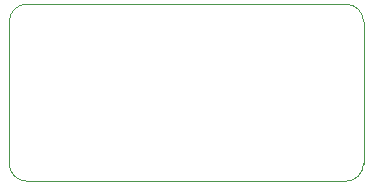
<source format=gbr>
%TF.GenerationSoftware,KiCad,Pcbnew,9.0.2*%
%TF.CreationDate,2025-06-09T11:48:46-05:00*%
%TF.ProjectId,ICEBATS384,49434542-4154-4533-9338-342e6b696361,rev?*%
%TF.SameCoordinates,Original*%
%TF.FileFunction,Profile,NP*%
%FSLAX46Y46*%
G04 Gerber Fmt 4.6, Leading zero omitted, Abs format (unit mm)*
G04 Created by KiCad (PCBNEW 9.0.2) date 2025-06-09 11:48:46*
%MOMM*%
%LPD*%
G01*
G04 APERTURE LIST*
%TA.AperFunction,Profile*%
%ADD10C,0.050000*%
%TD*%
G04 APERTURE END LIST*
D10*
X26500000Y-47500000D02*
X53500000Y-47500000D01*
X25000000Y-34000000D02*
X25000000Y-46000000D01*
X25000000Y-34000000D02*
G75*
G02*
X26500000Y-32500000I1500000J0D01*
G01*
X53500000Y-32500000D02*
X26500000Y-32500000D01*
X55000000Y-46000000D02*
G75*
G02*
X53500000Y-47500000I-1500000J0D01*
G01*
X55000000Y-46000000D02*
X55000000Y-34000000D01*
X26500000Y-47500000D02*
G75*
G02*
X25000000Y-46000000I0J1500000D01*
G01*
X53500000Y-32500000D02*
G75*
G02*
X55000000Y-34000000I0J-1500000D01*
G01*
M02*

</source>
